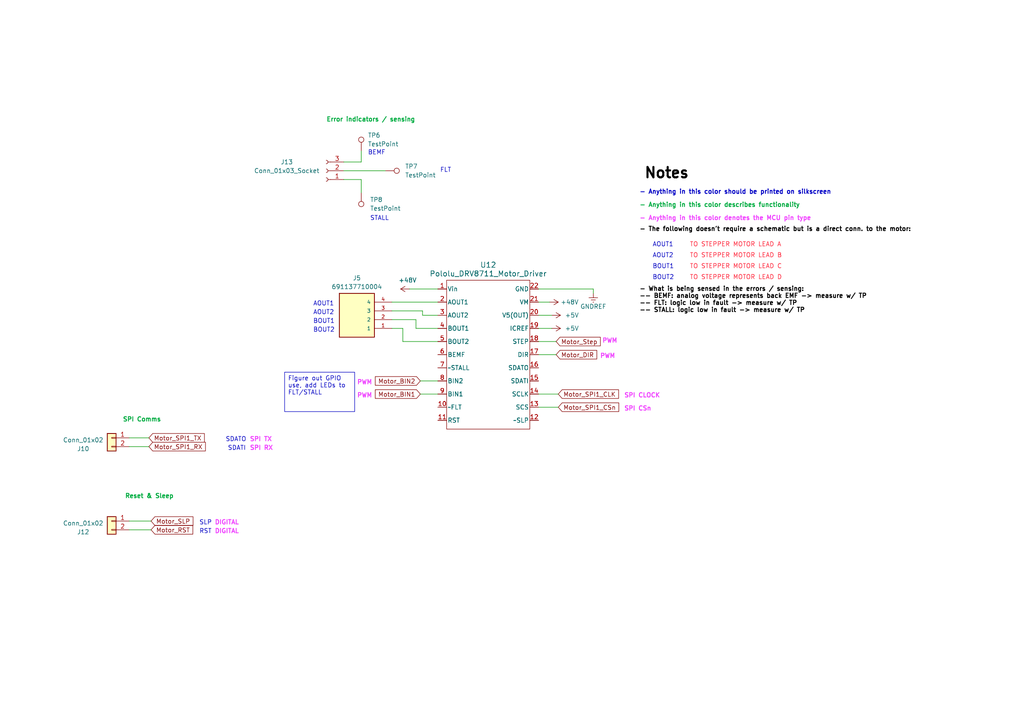
<source format=kicad_sch>
(kicad_sch (version 20230121) (generator eeschema)
  (paper "A4")
  (lib_symbols
    (symbol "Connector:Conn_01x03_Socket" (pin_names (offset 1.016) hide)
      (property "Reference" "J" (at 0 5.08 0))
      (property "Value" "Conn_01x03_Socket" (at 0 -5.08 0))
      (symbol "Conn_01x03_Socket_1_1"
        (arc (start 0 -2.032) (mid -0.5058 -2.54) (end 0 -3.048) (stroke (width 0.1524)))
        (polyline (pts (xy -1.27 -2.54) (xy -0.508 -2.54)) (stroke (width 0.1524)))
        (polyline (pts (xy -1.27 0) (xy -0.508 0)) (stroke (width 0.1524)))
        (polyline (pts (xy -1.27 2.54) (xy -0.508 2.54)) (stroke (width 0.1524)))
        (arc (start 0 0.508) (mid -0.5058 0) (end 0 -0.508) (stroke (width 0.1524)))
        (arc (start 0 3.048) (mid -0.5058 2.54) (end 0 2.032) (stroke (width 0.1524)))
        (pin passive line (at -5.08 2.54 0) (length 3.81) (name "Pin_1") (number "1"))
        (pin passive line (at -5.08 0 0) (length 3.81) (name "Pin_2") (number "2"))
        (pin passive line (at -5.08 -2.54 0) (length 3.81) (name "Pin_3") (number "3"))
      )
    )
    (symbol "Connector:TestPoint" (pin_numbers hide) (pin_names (offset 0.762) hide)
      (property "Reference" "TP" (at 0 6.858 0))
      (property "Value" "TestPoint" (at 0 5.08 0))
      (symbol "TestPoint_0_1"
        (circle (center 0 3.302) (radius 0.762))
      )
      (symbol "TestPoint_1_1"
        (pin passive line (at 0 0 90) (length 2.54) (name "1") (number "1"))
      )
    )
    (symbol "Connector_Generic:Conn_01x02" (pin_names (offset 1.016) hide)
      (property "Reference" "J" (at 0 2.54 0))
      (property "Value" "Conn_01x02" (at 0 -5.08 0))
      (symbol "Conn_01x02_1_1"
        (rectangle (start -1.27 -2.413) (end 0 -2.667) (stroke (width 0.1524)))
        (rectangle (start -1.27 0.127) (end 0 -0.127) (stroke (width 0.1524)))
        (rectangle (start -1.27 1.27) (end 1.27 -3.81) (stroke (width 0.254)) (fill (type background)))
        (pin passive line (at -5.08 0 0) (length 3.81) (name "Pin_1") (number "1"))
        (pin passive line (at -5.08 -2.54 0) (length 3.81) (name "Pin_2") (number "2"))
      )
    )
    (symbol "POLOLU_35v4:Pololu_DRV8711_Motor_Driver" (pin_names (offset 0.254))
      (property "Reference" "U" (at 6.35 3.81 0))
      (property "Value" "Pololu_DRV8711_Motor_Driver" (at 0 0 0))
      (symbol "Pololu_DRV8711_Motor_Driver_0_1"
        (rectangle (start 10.16 -2.54) (end 34.29 -45.72))
      )
      (symbol "Pololu_DRV8711_Motor_Driver_1_1"
        (pin input line (at 7.62 -5.08 0) (length 2.54) (name "Vin") (number "1"))
        (pin input line (at 7.62 -39.37 0) (length 2.54) (name "~FLT") (number "10"))
        (pin input line (at 7.62 -43.18 0) (length 2.54) (name "RST") (number "11"))
        (pin input line (at 36.83 -43.18 180) (length 2.54) (name "~SLP") (number "12"))
        (pin input line (at 36.83 -39.37 180) (length 2.54) (name "SCS") (number "13"))
        (pin input line (at 36.83 -35.56 180) (length 2.54) (name "SCLK") (number "14"))
        (pin input line (at 36.83 -31.75 180) (length 2.54) (name "SDATI") (number "15"))
        (pin input line (at 36.83 -27.94 180) (length 2.54) (name "SDATO") (number "16"))
        (pin input line (at 36.83 -24.13 180) (length 2.54) (name "DIR") (number "17"))
        (pin input line (at 36.83 -20.32 180) (length 2.54) (name "STEP") (number "18"))
        (pin input line (at 36.83 -16.51 180) (length 2.54) (name "ICREF") (number "19"))
        (pin input line (at 7.62 -8.89 0) (length 2.54) (name "AOUT1") (number "2"))
        (pin input line (at 36.83 -12.7 180) (length 2.54) (name "V5(OUT)") (number "20"))
        (pin input line (at 36.83 -8.89 180) (length 2.54) (name "VM") (number "21"))
        (pin input line (at 36.83 -5.08 180) (length 2.54) (name "GND") (number "22"))
        (pin input line (at 7.62 -12.7 0) (length 2.54) (name "AOUT2") (number "3"))
        (pin input line (at 7.62 -16.51 0) (length 2.54) (name "BOUT1") (number "4"))
        (pin input line (at 7.62 -20.32 0) (length 2.54) (name "BOUT2") (number "5"))
        (pin input line (at 7.62 -24.13 0) (length 2.54) (name "BEMF") (number "6"))
        (pin input line (at 7.62 -27.94 0) (length 2.54) (name "~STALL") (number "7"))
        (pin input line (at 7.62 -31.75 0) (length 2.54) (name "BIN2") (number "8"))
        (pin input line (at 7.62 -35.56 0) (length 2.54) (name "BIN1") (number "9"))
      )
      (symbol "Pololu_DRV8711_Motor_Driver_1_2"
        (polyline (pts (xy 5.08 -2.54) (xy 12.7 -2.54)) (stroke (width 0.127)))
        (polyline (pts (xy 5.08 2.54) (xy 5.08 -2.54)) (stroke (width 0.127)))
        (polyline (pts (xy 7.62 0) (xy 5.08 0)) (stroke (width 0.127)))
        (polyline (pts (xy 7.62 0) (xy 8.89 -0.8467)) (stroke (width 0.127)))
        (polyline (pts (xy 7.62 0) (xy 8.89 0.8467)) (stroke (width 0.127)))
        (polyline (pts (xy 12.7 -2.54) (xy 12.7 2.54)) (stroke (width 0.127)))
        (polyline (pts (xy 12.7 2.54) (xy 5.08 2.54)) (stroke (width 0.127)))
        (pin unspecified line (at 0 0 0) (length 5.08) (name "1") (number "1"))
      )
    )
    (symbol "PWR_4POS:691137710004" (pin_names (offset 1.016))
      (property "Reference" "J" (at -5.08 5.842 0))
      (property "Value" "691137710004" (at -5.08 -10.16 0))
      (symbol "691137710004_0_0"
        (rectangle (start -5.08 -7.62) (end 5.08 5.08) (stroke (width 0.254)) (fill (type background)))
        (pin passive line (at -10.16 2.54 0) (length 5.08) (name "1") (number "1"))
        (pin passive line (at -10.16 0 0) (length 5.08) (name "2") (number "2"))
        (pin passive line (at -10.16 -2.54 0) (length 5.08) (name "3") (number "3"))
        (pin passive line (at -10.16 -5.08 0) (length 5.08) (name "4") (number "4"))
      )
    )
    (symbol "power:+48V" (power) (pin_names (offset 0))
      (property "Value" "+48V" (at 0 3.556 0))
      (symbol "+48V_0_1"
        (polyline (pts (xy -0.762 1.27) (xy 0 2.54)))
        (polyline (pts (xy 0 0) (xy 0 2.54)))
        (polyline (pts (xy 0 2.54) (xy 0.762 1.27)))
      )
      (symbol "+48V_1_1"
        (pin power_in line (at 0 0 90) (length 0) hide (name "+48V") (number "1"))
      )
    )
    (symbol "power:+5V" (power) (pin_names (offset 0))
      (property "Value" "+5V" (at 0 3.556 0))
      (symbol "+5V_0_1"
        (polyline (pts (xy -0.762 1.27) (xy 0 2.54)))
        (polyline (pts (xy 0 0) (xy 0 2.54)))
        (polyline (pts (xy 0 2.54) (xy 0.762 1.27)))
      )
      (symbol "+5V_1_1"
        (pin power_in line (at 0 0 90) (length 0) hide (name "+5V") (number "1"))
      )
    )
    (symbol "power:GNDREF" (power) (pin_names (offset 0))
      (property "Value" "GNDREF" (at 0 -3.81 0))
      (symbol "GNDREF_0_1"
        (polyline (pts (xy -0.635 -1.905) (xy 0.635 -1.905)))
        (polyline (pts (xy -0.127 -2.54) (xy 0.127 -2.54)))
        (polyline (pts (xy 0 -1.27) (xy 0 0)))
        (polyline (pts (xy 1.27 -1.27) (xy -1.27 -1.27)))
      )
      (symbol "GNDREF_1_1"
        (pin power_in line (at 0 0 270) (length 0) hide (name "GNDREF") (number "1"))
      )
    )
  )
  (wire (pts (xy 116.84 95.25) (xy 116.84 99.06)))
  (wire (pts (xy 37.465 153.67) (xy 43.815 153.67)))
  (wire (pts (xy 99.695 46.99) (xy 104.775 46.99)))
  (wire (pts (xy 104.775 55.88) (xy 104.775 52.07)))
  (wire (pts (xy 156.21 102.87) (xy 161.29 102.87)))
  (wire (pts (xy 156.21 114.3) (xy 161.925 114.3)))
  (wire (pts (xy 127 110.49) (xy 121.92 110.49)))
  (wire (pts (xy 122.555 90.17) (xy 122.555 91.44)))
  (wire (pts (xy 159.385 87.63) (xy 156.21 87.63)))
  (wire (pts (xy 37.465 127) (xy 43.18 127)))
  (wire (pts (xy 37.465 129.54) (xy 43.18 129.54)))
  (wire (pts (xy 104.775 46.99) (xy 104.775 43.815)))
  (wire (pts (xy 113.665 90.17) (xy 122.555 90.17)))
  (wire (pts (xy 127 114.3) (xy 121.92 114.3)))
  (wire (pts (xy 156.21 83.82) (xy 172.085 83.82)))
  (wire (pts (xy 99.695 49.53) (xy 111.76 49.53)))
  (wire (pts (xy 104.775 52.07) (xy 99.695 52.07)))
  (wire (pts (xy 156.21 99.06) (xy 161.29 99.06)))
  (wire (pts (xy 160.02 95.25) (xy 156.21 95.25)))
  (wire (pts (xy 116.84 99.06) (xy 127 99.06)))
  (wire (pts (xy 113.665 95.25) (xy 116.84 95.25)))
  (wire (pts (xy 37.465 151.13) (xy 43.815 151.13)))
  (wire (pts (xy 172.085 83.82) (xy 172.085 85.09)))
  (wire (pts (xy 113.665 87.63) (xy 127 87.63)))
  (wire (pts (xy 156.21 118.11) (xy 161.925 118.11)))
  (wire (pts (xy 120.65 92.71) (xy 120.65 95.25)))
  (wire (pts (xy 118.745 83.82) (xy 127 83.82)))
  (wire (pts (xy 122.555 91.44) (xy 127 91.44)))
  (wire (pts (xy 120.65 95.25) (xy 127 95.25)))
  (wire (pts (xy 113.665 92.71) (xy 120.65 92.71)))
  (wire (pts (xy 160.02 91.44) (xy 156.21 91.44)))
  (text_box "Figure out GPIO use, add LEDs to FLT/STALL" (at 82.55 107.95 0) (size 20.32 11.43) (effects (font (size 1.27 1.27)) (justify left top)))
  (text "- Anything in this color describes functionality" (at 185.42 60.325 0) (effects (font (size 1.27 1.27) bold) (justify left bottom)))
  (text "TO STEPPER MOTOR LEAD C" (at 200.025 78.105 0) (effects (font (size 1.27 1.27)) (justify left bottom)))
  (text "DIGITAL" (at 62.23 152.4 0) (effects (font (size 1.27 1.27) bold) (justify left bottom)))
  (text "SDATO" (at 65.405 128.27 0) (effects (font (size 1.27 1.27)) (justify left bottom)))
  (text "AOUT1" (at 90.805 88.9 0) (effects (font (size 1.27 1.27)) (justify left bottom)))
  (text "SPI CLOCK" (at 180.975 115.57 0) (effects (font (size 1.27 1.27) bold) (justify left bottom)))
  (text "TO STEPPER MOTOR LEAD A" (at 200.025 71.755 0) (effects (font (size 1.27 1.27)) (justify left bottom)))
  (text "BOUT1" (at 189.23 78.105 0) (effects (font (size 1.27 1.27)) (justify left bottom)))
  (text "BOUT1" (at 90.805 93.98 0) (effects (font (size 1.27 1.27)) (justify left bottom)))
  (text "SPI TX" (at 72.39 128.27 0) (effects (font (size 1.27 1.27) bold) (justify left bottom)))
  (text "BOUT2" (at 90.805 96.52 0) (effects (font (size 1.27 1.27)) (justify left bottom)))
  (text "SLP" (at 57.785 152.4 0) (effects (font (size 1.27 1.27)) (justify left bottom)))
  (text "BOUT2" (at 189.23 81.28 0) (effects (font (size 1.27 1.27)) (justify left bottom)))
  (text "AOUT2\n" (at 189.23 74.93 0) (effects (font (size 1.27 1.27)) (justify left bottom)))
  (text "PWM" (at 174.625 99.695 0) (effects (font (size 1.27 1.27) bold) (justify left bottom)))
  (text "- What is being sensed in the errors / sensing:\n-- BEMF: analog voltage represents back EMF -> measure w/ TP\n-- FLT: logic low in fault -> measure w/ TP\n-- STALL: logic low in fault -> measure w/ TP" (at 185.42 90.805 0) (effects (font (size 1.27 1.27) bold) (justify left bottom)))
  (text "TO STEPPER MOTOR LEAD B" (at 200.025 74.93 0) (effects (font (size 1.27 1.27)) (justify left bottom)))
  (text "- Anything in this color denotes the MCU pin type" (at 185.42 64.135 0) (effects (font (size 1.27 1.27) bold) (justify left bottom)))
  (text "- Anything in this color should be printed on silkscreen" (at 185.42 56.515 0) (effects (font (size 1.27 1.27) bold) (justify left bottom)))
  (text "Error indicators / sensing" (at 94.615 35.56 0) (effects (font (size 1.27 1.27) bold) (justify left bottom)))
  (text "STALL" (at 107.315 64.135 0) (effects (font (size 1.27 1.27)) (justify left bottom)))
  (text "TO STEPPER MOTOR LEAD D" (at 200.025 81.28 0) (effects (font (size 1.27 1.27)) (justify left bottom)))
  (text "AOUT1" (at 189.23 71.755 0) (effects (font (size 1.27 1.27)) (justify left bottom)))
  (text "SPI RX" (at 72.39 130.81 0) (effects (font (size 1.27 1.27) bold) (justify left bottom)))
  (text "- The following doesn't require a schematic but is a direct conn. to the motor:" (at 185.42 67.31 0) (effects (font (size 1.27 1.27) bold) (justify left bottom)))
  (text "DIGITAL" (at 62.23 154.94 0) (effects (font (size 1.27 1.27) bold) (justify left bottom)))
  (text "FLT" (at 127.635 50.165 0) (effects (font (size 1.27 1.27)) (justify left bottom)))
  (text "SPI Comms" (at 35.56 122.555 0) (effects (font (size 1.27 1.27) bold) (justify left bottom)))
  (text "PWM" (at 173.99 104.14 0) (effects (font (size 1.27 1.27) bold) (justify left bottom)))
  (text "SDATI" (at 66.04 130.81 0) (effects (font (size 1.27 1.27)) (justify left bottom)))
  (text "PWM" (at 103.505 115.57 0) (effects (font (size 1.27 1.27) bold) (justify left bottom)))
  (text "PWM" (at 103.505 111.76 0) (effects (font (size 1.27 1.27) bold) (justify left bottom)))
  (text "BEMF" (at 106.68 45.085 0) (effects (font (size 1.27 1.27)) (justify left bottom)))
  (text "AOUT2\n" (at 90.805 91.44 0) (effects (font (size 1.27 1.27)) (justify left bottom)))
  (text "SPI CSn" (at 180.975 119.38 0) (effects (font (size 1.27 1.27) bold) (justify left bottom)))
  (text "Reset & Sleep" (at 36.195 144.78 0) (effects (font (size 1.27 1.27) bold) (justify left bottom)))
  (text "Notes" (at 186.69 52.07 0) (effects (font (size 3 3) (thickness 0.6) bold) (justify left bottom)))
  (text "RST" (at 57.785 154.94 0) (effects (font (size 1.27 1.27)) (justify left bottom)))
  (global_label "Motor_SPI1_CSn" (shape input) (at 161.925 118.11 0) (property "Intersheetrefs" "${INTERSHEET_REFS}" (effects hide)))
  (global_label "Motor_SLP" (shape input) (at 43.815 151.13 0) (property "Intersheetrefs" "${INTERSHEET_REFS}" (effects hide)))
  (global_label "Motor_BIN1" (shape input) (at 121.92 114.3 180) (property "Intersheetrefs" "${INTERSHEET_REFS}" (effects hide)))
  (global_label "Motor_Step" (shape input) (at 161.29 99.06 0) (property "Intersheetrefs" "${INTERSHEET_REFS}" (effects hide)))
  (global_label "Motor_BIN2" (shape input) (at 121.92 110.49 180) (property "Intersheetrefs" "${INTERSHEET_REFS}" (effects hide)))
  (global_label "Motor_SPI1_CLK" (shape input) (at 161.925 114.3 0) (property "Intersheetrefs" "${INTERSHEET_REFS}" (effects hide)))
  (global_label "Motor_RST" (shape input) (at 43.815 153.67 0) (property "Intersheetrefs" "${INTERSHEET_REFS}" (effects hide)))
  (global_label "Motor_SPI1_TX" (shape input) (at 43.18 127 0) (property "Intersheetrefs" "${INTERSHEET_REFS}" (effects hide)))
  (global_label "Motor_SPI1_RX" (shape input) (at 43.18 129.54 0) (property "Intersheetrefs" "${INTERSHEET_REFS}" (effects hide)))
  (global_label "Motor_DIR" (shape input) (at 161.29 102.87 0) (property "Intersheetrefs" "${INTERSHEET_REFS}" (effects hide)))
  (symbol (lib_id "Connector:TestPoint") (at 111.76 49.53 270) (unit 1)
    (property "Reference" "TP7" (at 117.475 48.26 90) (effects (justify left)))
    (property "Value" "TestPoint" (at 117.475 50.8 90) (effects (justify left)))
    (property "Footprint" "footprints:TP_5014" (effects hide))
  )
  (symbol (lib_id "power:+48V") (at 159.385 87.63 270) (unit 1)
    (property "Reference" "#PWR078" (effects hide))
    (property "Value" "+48V" (at 162.56 87.63 90) (effects (justify left)))
  )
  (symbol (lib_id "Connector_Generic:Conn_01x02") (at 32.385 151.13 0) (mirror y) (unit 1)
    (property "Reference" "J12" (at 24.13 154.305 0))
    (property "Value" "Conn_01x02" (at 24.13 151.765 0))
    (property "Footprint" "footprints:CON_5025840270_MOL" (effects hide))
  )
  (symbol (lib_id "Connector:Conn_01x03_Socket") (at 94.615 49.53 180) (unit 1)
    (property "Reference" "J13" (at 83.185 46.99 0))
    (property "Value" "Conn_01x03_Socket" (at 83.185 49.53 0))
  )
  (symbol (lib_id "Connector:TestPoint") (at 104.775 43.815 0) (unit 1)
    (property "Reference" "TP6" (at 106.68 39.243 0) (effects (justify left)))
    (property "Value" "TestPoint" (at 106.68 41.783 0) (effects (justify left)))
    (property "Footprint" "footprints:TP_5014" (effects hide))
  )
  (symbol (lib_id "power:GNDREF") (at 172.085 85.09 0) (unit 1)
    (property "Reference" "#PWR077" (effects hide))
    (property "Value" "GNDREF" (at 172.085 88.9 0))
  )
  (symbol (lib_id "power:+48V") (at 118.745 83.82 90) (unit 1)
    (property "Reference" "#PWR0101" (effects hide))
    (property "Value" "+48V" (at 115.57 81.28 90) (effects (justify right)))
  )
  (symbol (lib_id "power:+5V") (at 160.02 91.44 270) (unit 1)
    (property "Reference" "#PWR079" (effects hide))
    (property "Value" "+5V" (at 163.83 91.44 90) (effects (justify left)))
  )
  (symbol (lib_id "POLOLU_35v4:Pololu_DRV8711_Motor_Driver") (at 119.38 78.74 0) (unit 1)
    (property "Reference" "U12" (at 141.605 76.835 0) (effects (font (size 1.524 1.524))))
    (property "Value" "Pololu_DRV8711_Motor_Driver" (at 141.605 79.375 0) (effects (font (size 1.524 1.524))))
    (property "Footprint" "footprints:POLOLU_36v4" (effects hide))
  )
  (symbol (lib_id "power:+5V") (at 160.02 95.25 270) (unit 1)
    (property "Reference" "#PWR080" (effects hide))
    (property "Value" "+5V" (at 163.83 95.25 90) (effects (justify left)))
  )
  (symbol (lib_id "Connector:TestPoint") (at 104.775 55.88 180) (unit 1)
    (property "Reference" "TP8" (at 107.315 57.912 0) (effects (justify right)))
    (property "Value" "TestPoint" (at 107.315 60.452 0) (effects (justify right)))
    (property "Footprint" "footprints:TP_5014" (effects hide))
  )
  (symbol (lib_id "PWR_4POS:691137710004") (at 103.505 92.71 180) (unit 1)
    (property "Reference" "J5" (at 103.505 80.645 0))
    (property "Value" "691137710004" (at 103.505 83.185 0))
    (property "Footprint" "691137710004:WURTH_691137710004" (effects hide))
    (property "MF" "Wurth Electronics" (effects hide))
    (property "MAXIMUM_PACKAGE_HEIGHT" "11.6mm" (effects hide))
    (property "Package" "None" (effects hide))
    (property "Price" "None" (effects hide))
    (property "Check_prices" "https://www.snapeda.com/parts/691137710004/Wurth+Electronics+Inc./view-part/?ref=eda" (effects hide))
    (property "STANDARD" "Manufacturer Recommendations" (effects hide))
    (property "PARTREV" "001" (effects hide))
    (property "SnapEDA_Link" "https://www.snapeda.com/parts/691137710004/Wurth+Electronics+Inc./view-part/?ref=snap" (effects hide))
    (property "MP" "691137710004" (effects hide))
    (property "Purchase-URL" "https://www.snapeda.com/api/url_track_click_mouser/?unipart_id=2900223&manufacturer=Wurth Electronics&part_name=691137710004&search_term=691137710004" (effects hide))
    (property "Description" "\n4 Position Wire to Board Terminal Block Horizontal with Board 0.197 (5.00mm) Through Hole\n" (effects hide))
    (property "Availability" "In Stock" (effects hide))
    (property "MANUFACTURER" "WURTH ELEKTRONIK" (effects hide))
  )
  (symbol (lib_id "Connector_Generic:Conn_01x02") (at 32.385 127 0) (mirror y) (unit 1)
    (property "Reference" "J10" (at 24.13 130.175 0))
    (property "Value" "Conn_01x02" (at 24.13 127.635 0))
    (property "Footprint" "footprints:CON_5025840270_MOL" (effects hide))
  )
)
</source>
